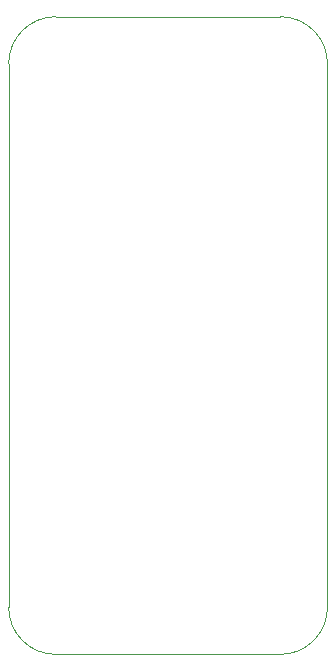
<source format=gbr>
%TF.GenerationSoftware,KiCad,Pcbnew,6.0.8-f2edbf62ab~116~ubuntu20.04.1*%
%TF.CreationDate,2022-10-23T17:18:19+02:00*%
%TF.ProjectId,TireTempSensor_v2.0,54697265-5465-46d7-9053-656e736f725f,rev?*%
%TF.SameCoordinates,Original*%
%TF.FileFunction,Profile,NP*%
%FSLAX46Y46*%
G04 Gerber Fmt 4.6, Leading zero omitted, Abs format (unit mm)*
G04 Created by KiCad (PCBNEW 6.0.8-f2edbf62ab~116~ubuntu20.04.1) date 2022-10-23 17:18:19*
%MOMM*%
%LPD*%
G01*
G04 APERTURE LIST*
%TA.AperFunction,Profile*%
%ADD10C,0.100000*%
%TD*%
G04 APERTURE END LIST*
D10*
X103250000Y-117500000D02*
X122250000Y-117500000D01*
X99250000Y-113500000D02*
G75*
G03*
X103250000Y-117500000I4000000J0D01*
G01*
X103250000Y-63500000D02*
G75*
G03*
X99250000Y-67500000I0J-4000000D01*
G01*
X99250000Y-67500000D02*
X99250000Y-113500000D01*
X126250000Y-67500000D02*
X126250000Y-113500000D01*
X126250000Y-67500000D02*
G75*
G03*
X122250000Y-63500000I-4000000J0D01*
G01*
X103250000Y-63500000D02*
X122250000Y-63500000D01*
X122250000Y-117500000D02*
G75*
G03*
X126250000Y-113500000I0J4000000D01*
G01*
M02*

</source>
